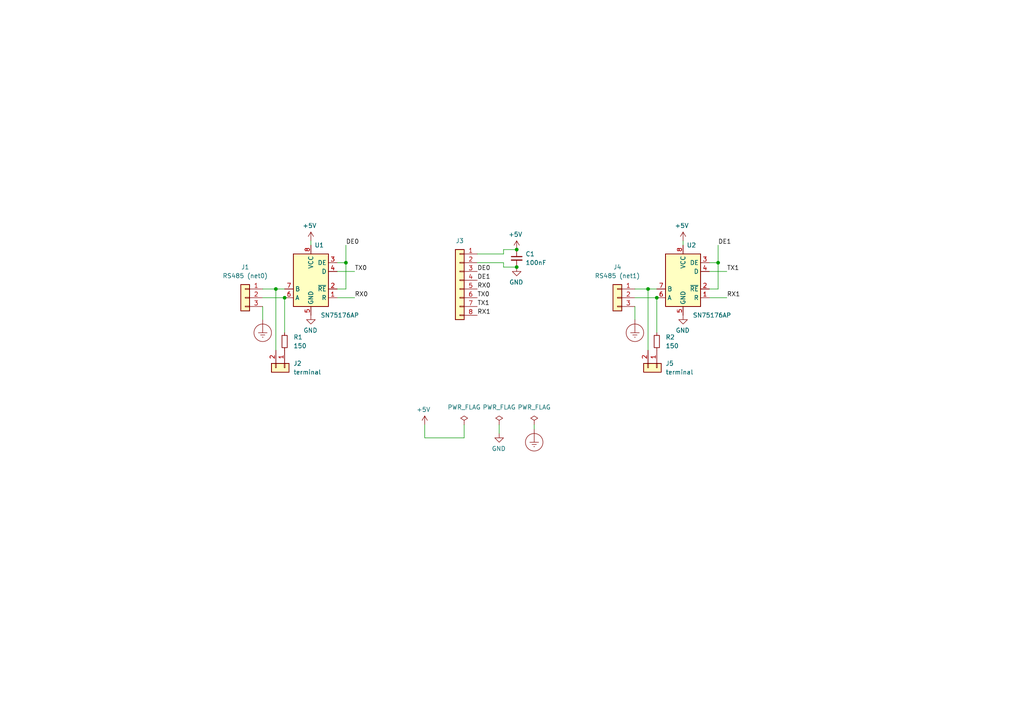
<source format=kicad_sch>
(kicad_sch (version 20211123) (generator eeschema)
  (paper "A4")
  (lib_symbols
    (symbol "Connector_Generic:Conn_01x02" (pin_names (offset 1.016) hide)
      (property "Reference" "J" (at 0 2.54 0))
      (property "Value" "Conn_01x02" (at 0 -5.08 0))
      (symbol "Conn_01x02_1_1"
        (rectangle (start -1.27 -2.413) (end 0 -2.667) (stroke (width 0.1524)))
        (rectangle (start -1.27 0.127) (end 0 -0.127) (stroke (width 0.1524)))
        (rectangle (start -1.27 1.27) (end 1.27 -3.81) (stroke (width 0.254)) (fill (type background)))
        (pin passive line (at -5.08 0 0) (length 3.81) (name "Pin_1") (number "1"))
        (pin passive line (at -5.08 -2.54 0) (length 3.81) (name "Pin_2") (number "2"))
      )
    )
    (symbol "Connector_Generic:Conn_01x03" (pin_names (offset 1.016) hide)
      (property "Reference" "J" (at 0 5.08 0))
      (property "Value" "Conn_01x03" (at 0 -5.08 0))
      (symbol "Conn_01x03_1_1"
        (rectangle (start -1.27 -2.413) (end 0 -2.667) (stroke (width 0.1524)))
        (rectangle (start -1.27 0.127) (end 0 -0.127) (stroke (width 0.1524)))
        (rectangle (start -1.27 2.667) (end 0 2.413) (stroke (width 0.1524)))
        (rectangle (start -1.27 3.81) (end 1.27 -3.81) (stroke (width 0.254)) (fill (type background)))
        (pin passive line (at -5.08 2.54 0) (length 3.81) (name "Pin_1") (number "1"))
        (pin passive line (at -5.08 0 0) (length 3.81) (name "Pin_2") (number "2"))
        (pin passive line (at -5.08 -2.54 0) (length 3.81) (name "Pin_3") (number "3"))
      )
    )
    (symbol "Connector_Generic:Conn_01x08" (pin_names (offset 1.016) hide)
      (property "Reference" "J" (at 0 10.16 0))
      (property "Value" "Conn_01x08" (at 0 -12.7 0))
      (symbol "Conn_01x08_1_1"
        (rectangle (start -1.27 -10.033) (end 0 -10.287) (stroke (width 0.1524)))
        (rectangle (start -1.27 -7.493) (end 0 -7.747) (stroke (width 0.1524)))
        (rectangle (start -1.27 -4.953) (end 0 -5.207) (stroke (width 0.1524)))
        (rectangle (start -1.27 -2.413) (end 0 -2.667) (stroke (width 0.1524)))
        (rectangle (start -1.27 0.127) (end 0 -0.127) (stroke (width 0.1524)))
        (rectangle (start -1.27 2.667) (end 0 2.413) (stroke (width 0.1524)))
        (rectangle (start -1.27 5.207) (end 0 4.953) (stroke (width 0.1524)))
        (rectangle (start -1.27 7.747) (end 0 7.493) (stroke (width 0.1524)))
        (rectangle (start -1.27 8.89) (end 1.27 -11.43) (stroke (width 0.254)) (fill (type background)))
        (pin passive line (at -5.08 7.62 0) (length 3.81) (name "Pin_1") (number "1"))
        (pin passive line (at -5.08 5.08 0) (length 3.81) (name "Pin_2") (number "2"))
        (pin passive line (at -5.08 2.54 0) (length 3.81) (name "Pin_3") (number "3"))
        (pin passive line (at -5.08 0 0) (length 3.81) (name "Pin_4") (number "4"))
        (pin passive line (at -5.08 -2.54 0) (length 3.81) (name "Pin_5") (number "5"))
        (pin passive line (at -5.08 -5.08 0) (length 3.81) (name "Pin_6") (number "6"))
        (pin passive line (at -5.08 -7.62 0) (length 3.81) (name "Pin_7") (number "7"))
        (pin passive line (at -5.08 -10.16 0) (length 3.81) (name "Pin_8") (number "8"))
      )
    )
    (symbol "Device:C_Small" (pin_numbers hide) (pin_names (offset 0.254) hide)
      (property "Reference" "C" (at 0.254 1.778 0))
      (property "Value" "C_Small" (at 0.254 -2.032 0))
      (symbol "C_Small_0_1"
        (polyline (pts (xy -1.524 -0.508) (xy 1.524 -0.508)) (stroke (width 0.3302)))
        (polyline (pts (xy -1.524 0.508) (xy 1.524 0.508)) (stroke (width 0.3048)))
      )
      (symbol "C_Small_1_1"
        (pin passive line (at 0 2.54 270) (length 2.032) (name "~") (number "1"))
        (pin passive line (at 0 -2.54 90) (length 2.032) (name "~") (number "2"))
      )
    )
    (symbol "Device:R_Small" (pin_numbers hide) (pin_names (offset 0.254) hide)
      (property "Reference" "R" (at 0.762 0.508 0))
      (property "Value" "R_Small" (at 0.762 -1.016 0))
      (symbol "R_Small_0_1"
        (rectangle (start -0.762 1.778) (end 0.762 -1.778) (stroke (width 0.2032)))
      )
      (symbol "R_Small_1_1"
        (pin passive line (at 0 2.54 270) (length 0.762) (name "~") (number "1"))
        (pin passive line (at 0 -2.54 90) (length 0.762) (name "~") (number "2"))
      )
    )
    (symbol "Interface_UART:SN75176AP"
      (property "Reference" "U" (at -4.318 8.89 0))
      (property "Value" "SN75176AP" (at 1.016 8.89 0))
      (symbol "SN75176AP_0_1"
        (rectangle (start -5.08 7.62) (end 5.08 -7.62) (stroke (width 0.254)) (fill (type background)))
      )
      (symbol "SN75176AP_1_1"
        (pin output line (at -7.62 -5.08 0) (length 2.54) (name "R") (number "1"))
        (pin input line (at -7.62 -2.54 0) (length 2.54) (name "~{RE}") (number "2"))
        (pin input line (at -7.62 5.08 0) (length 2.54) (name "DE") (number "3"))
        (pin input line (at -7.62 2.54 0) (length 2.54) (name "D") (number "4"))
        (pin power_in line (at 0 -10.16 90) (length 2.54) (name "GND") (number "5"))
        (pin bidirectional line (at 7.62 -5.08 180) (length 2.54) (name "A") (number "6"))
        (pin bidirectional line (at 7.62 -2.54 180) (length 2.54) (name "B") (number "7"))
        (pin power_in line (at 0 10.16 270) (length 2.54) (name "VCC") (number "8"))
      )
    )
    (symbol "power:+5V" (power) (pin_names (offset 0))
      (property "Value" "+5V" (at 0 3.556 0))
      (symbol "+5V_0_1"
        (polyline (pts (xy -0.762 1.27) (xy 0 2.54)))
        (polyline (pts (xy 0 0) (xy 0 2.54)))
        (polyline (pts (xy 0 2.54) (xy 0.762 1.27)))
      )
      (symbol "+5V_1_1"
        (pin power_in line (at 0 0 90) (length 0) hide (name "+5V") (number "1"))
      )
    )
    (symbol "power:Earth_Protective" (power) (pin_names (offset 0))
      (symbol "Earth_Protective_0_1"
        (circle (center 0 -3.81) (radius 2.54))
        (polyline (pts (xy -0.635 -4.445) (xy 0.635 -4.445)))
        (polyline (pts (xy -0.127 -5.08) (xy 0.127 -5.08)))
        (polyline (pts (xy 0 -3.81) (xy 0 0)))
        (polyline (pts (xy 1.27 -3.81) (xy -1.27 -3.81)))
      )
      (symbol "Earth_Protective_1_1"
        (pin power_in line (at 0 0 270) (length 0) hide (name "Earth_Protective") (number "1"))
      )
    )
    (symbol "power:GND" (power) (pin_names (offset 0))
      (property "Value" "GND" (at 0 -3.81 0))
      (symbol "GND_0_1"
        (polyline (pts (xy 0 0) (xy 0 -1.27) (xy 1.27 -1.27) (xy 0 -2.54) (xy -1.27 -1.27) (xy 0 -1.27)))
      )
      (symbol "GND_1_1"
        (pin power_in line (at 0 0 270) (length 0) hide (name "GND") (number "1"))
      )
    )
    (symbol "power:PWR_FLAG" (power) (pin_numbers hide) (pin_names (offset 0) hide)
      (property "Value" "PWR_FLAG" (at 0 3.81 0))
      (symbol "PWR_FLAG_0_0"
        (pin power_out line (at 0 0 90) (length 0) (name "pwr") (number "1"))
      )
      (symbol "PWR_FLAG_0_1"
        (polyline (pts (xy 0 0) (xy 0 1.27) (xy -1.016 1.905) (xy 0 2.54) (xy 1.016 1.905) (xy 0 1.27)))
      )
    )
  )
  (junction (at 190.5 86.36))
  (junction (at 208.28 76.2))
  (junction (at 100.33 76.2))
  (junction (at 149.86 77.47))
  (junction (at 149.86 72.39))
  (junction (at 80.01 83.82))
  (junction (at 82.55 86.36))
  (junction (at 187.96 83.82))
  (wire (pts (xy 123.19 123.19) (xy 123.19 127)))
  (wire (pts (xy 100.33 76.2) (xy 100.33 83.82)))
  (wire (pts (xy 90.17 69.85) (xy 90.17 71.12)))
  (wire (pts (xy 184.15 83.82) (xy 187.96 83.82)))
  (wire (pts (xy 208.28 83.82) (xy 205.74 83.82)))
  (wire (pts (xy 80.01 83.82) (xy 82.55 83.82)))
  (wire (pts (xy 76.2 83.82) (xy 80.01 83.82)))
  (wire (pts (xy 144.78 123.19) (xy 144.78 125.73)))
  (wire (pts (xy 100.33 83.82) (xy 97.79 83.82)))
  (wire (pts (xy 138.43 76.2) (xy 146.05 76.2)))
  (wire (pts (xy 146.05 76.2) (xy 146.05 77.47)))
  (wire (pts (xy 82.55 86.36) (xy 82.55 96.52)))
  (wire (pts (xy 97.79 86.36) (xy 102.87 86.36)))
  (wire (pts (xy 97.79 76.2) (xy 100.33 76.2)))
  (wire (pts (xy 100.33 71.12) (xy 100.33 76.2)))
  (wire (pts (xy 138.43 73.66) (xy 146.05 73.66)))
  (wire (pts (xy 208.28 71.12) (xy 208.28 76.2)))
  (wire (pts (xy 80.01 83.82) (xy 80.01 101.6)))
  (wire (pts (xy 205.74 76.2) (xy 208.28 76.2)))
  (wire (pts (xy 190.5 86.36) (xy 190.5 96.52)))
  (wire (pts (xy 205.74 86.36) (xy 210.82 86.36)))
  (wire (pts (xy 198.12 69.85) (xy 198.12 71.12)))
  (wire (pts (xy 154.94 123.19) (xy 154.94 124.46)))
  (wire (pts (xy 208.28 76.2) (xy 208.28 83.82)))
  (wire (pts (xy 205.74 78.74) (xy 210.82 78.74)))
  (wire (pts (xy 97.79 78.74) (xy 102.87 78.74)))
  (wire (pts (xy 134.62 127) (xy 134.62 123.19)))
  (wire (pts (xy 76.2 86.36) (xy 82.55 86.36)))
  (wire (pts (xy 123.19 127) (xy 134.62 127)))
  (wire (pts (xy 146.05 72.39) (xy 149.86 72.39)))
  (wire (pts (xy 187.96 83.82) (xy 187.96 101.6)))
  (wire (pts (xy 146.05 77.47) (xy 149.86 77.47)))
  (wire (pts (xy 146.05 73.66) (xy 146.05 72.39)))
  (wire (pts (xy 187.96 83.82) (xy 190.5 83.82)))
  (wire (pts (xy 184.15 86.36) (xy 190.5 86.36)))
  (wire (pts (xy 76.2 88.9) (xy 76.2 92.71)))
  (wire (pts (xy 184.15 88.9) (xy 184.15 92.71)))
  (label "RX1" (at 210.82 86.36 0))
  (label "DE0" (at 100.33 71.12 0))
  (label "TX0" (at 138.43 86.36 0))
  (label "TX1" (at 210.82 78.74 0))
  (label "RX0" (at 102.87 86.36 0))
  (label "DE0" (at 138.43 78.74 0))
  (label "TX1" (at 138.43 88.9 0))
  (label "DE1" (at 138.43 81.28 0))
  (label "DE1" (at 208.28 71.12 0))
  (label "TX0" (at 102.87 78.74 0))
  (label "RX0" (at 138.43 83.82 0))
  (label "RX1" (at 138.43 91.44 0))
  (symbol (lib_id "power:GND") (at 90.17 91.44 0) (mirror y) (unit 1)
    (property "Reference" "#PWR03" (effects hide))
    (property "Value" "GND" (at 90.043 95.8342 0))
  )
  (symbol (lib_id "Connector_Generic:Conn_01x08") (at 133.35 81.28 0) (mirror y) (unit 1)
    (property "Reference" "J3" (at 133.35 69.85 0))
    (property "Value" "Conn_01x08" (effects hide))
    (property "Footprint" "Connector_PinHeader_2.54mm:PinHeader_1x08_P2.54mm_Vertical" (effects hide))
  )
  (symbol (lib_id "power:GND") (at 144.78 125.73 0) (mirror y) (unit 1)
    (property "Reference" "#PWR05" (effects hide))
    (property "Value" "GND" (at 144.653 130.1242 0))
  )
  (symbol (lib_id "power:PWR_FLAG") (at 134.62 123.19 0) (unit 1)
    (property "Reference" "#FLG01" (effects hide))
    (property "Value" "PWR_FLAG" (at 134.62 118.11 0))
  )
  (symbol (lib_id "power:GND") (at 198.12 91.44 0) (mirror y) (unit 1)
    (property "Reference" "#PWR011" (effects hide))
    (property "Value" "GND" (at 197.993 95.8342 0))
  )
  (symbol (lib_id "Device:R_Small") (at 82.55 99.06 0) (unit 1)
    (property "Reference" "R1" (at 85.09 97.7899 0) (effects (justify left)))
    (property "Value" "150" (at 85.09 100.3299 0) (effects (justify left)))
    (property "Footprint" "Resistor_THT:R_Axial_DIN0207_L6.3mm_D2.5mm_P2.54mm_Vertical" (effects hide))
  )
  (symbol (lib_id "power:+5V") (at 149.86 72.39 0) (mirror y) (unit 1)
    (property "Reference" "#PWR07" (effects hide))
    (property "Value" "+5V" (at 149.479 67.9958 0))
  )
  (symbol (lib_id "power:PWR_FLAG") (at 154.94 123.19 0) (unit 1)
    (property "Reference" "#FLG03" (effects hide))
    (property "Value" "PWR_FLAG" (at 154.94 118.11 0))
  )
  (symbol (lib_id "power:Earth_Protective") (at 76.2 92.71 0) (unit 1)
    (property "Reference" "#PWR01" (effects hide))
    (property "Value" "Earth_Protective" (effects hide))
  )
  (symbol (lib_id "Interface_UART:SN75176AP") (at 90.17 81.28 0) (mirror y) (unit 1)
    (property "Reference" "U1" (at 93.98 71.12 0) (effects (justify left)))
    (property "Value" "SN75176AP" (at 104.14 91.44 0) (effects (justify left)))
    (property "Footprint" "Package_DIP:DIP-8_W7.62mm_Socket_LongPads" (effects hide))
    (property "Datasheet" "http://www.ti.com/lit/ds/symlink/sn75176a.pdf" (effects hide))
  )
  (symbol (lib_id "power:PWR_FLAG") (at 144.78 123.19 0) (unit 1)
    (property "Reference" "#FLG02" (effects hide))
    (property "Value" "PWR_FLAG" (at 144.78 118.11 0))
  )
  (symbol (lib_id "power:+5V") (at 123.19 123.19 0) (mirror y) (unit 1)
    (property "Reference" "#PWR04" (effects hide))
    (property "Value" "+5V" (at 122.809 118.7958 0))
  )
  (symbol (lib_id "power:+5V") (at 90.17 69.85 0) (mirror y) (unit 1)
    (property "Reference" "#PWR02" (effects hide))
    (property "Value" "+5V" (at 89.789 65.4558 0))
  )
  (symbol (lib_id "Device:C_Small") (at 149.86 74.93 0) (unit 1)
    (property "Reference" "C1" (at 152.4 73.6662 0) (effects (justify left)))
    (property "Value" "100nF" (at 152.4 76.2062 0) (effects (justify left)))
    (property "Footprint" "Capacitor_THT:C_Disc_D3.8mm_W2.6mm_P2.50mm" (effects hide))
  )
  (symbol (lib_id "Connector_Generic:Conn_01x03") (at 179.07 86.36 0) (mirror y) (unit 1)
    (property "Reference" "J4" (at 179.07 77.47 0))
    (property "Value" "RS485 (net1)" (at 179.07 80.01 0))
    (property "Footprint" "Connector_Phoenix_MSTB:PhoenixContact_MSTBA_2,5_3-G-5,08_1x03_P5.08mm_Horizontal" (effects hide))
  )
  (symbol (lib_id "power:+5V") (at 198.12 69.85 0) (mirror y) (unit 1)
    (property "Reference" "#PWR010" (effects hide))
    (property "Value" "+5V" (at 197.739 65.4558 0))
  )
  (symbol (lib_id "Interface_UART:SN75176AP") (at 198.12 81.28 0) (mirror y) (unit 1)
    (property "Reference" "U2" (at 201.93 71.12 0) (effects (justify left)))
    (property "Value" "SN75176AP" (at 212.09 91.44 0) (effects (justify left)))
    (property "Footprint" "Package_DIP:DIP-8_W7.62mm_Socket_LongPads" (effects hide))
    (property "Datasheet" "http://www.ti.com/lit/ds/symlink/sn75176a.pdf" (effects hide))
  )
  (symbol (lib_id "Device:R_Small") (at 190.5 99.06 0) (unit 1)
    (property "Reference" "R2" (at 193.04 97.7899 0) (effects (justify left)))
    (property "Value" "150" (at 193.04 100.3299 0) (effects (justify left)))
    (property "Footprint" "Resistor_THT:R_Axial_DIN0207_L6.3mm_D2.5mm_P2.54mm_Vertical" (effects hide))
  )
  (symbol (lib_id "Connector_Generic:Conn_01x02") (at 190.5 106.68 270) (unit 1)
    (property "Reference" "J5" (at 193.04 105.4099 90) (effects (justify left)))
    (property "Value" "terminal" (at 193.04 107.9499 90) (effects (justify left)))
    (property "Footprint" "Connector_PinHeader_2.54mm:PinHeader_1x02_P2.54mm_Vertical" (effects hide))
  )
  (symbol (lib_id "power:Earth_Protective") (at 184.15 92.71 0) (unit 1)
    (property "Reference" "#PWR09" (effects hide))
    (property "Value" "Earth_Protective" (effects hide))
  )
  (symbol (lib_id "power:Earth_Protective") (at 154.94 124.46 0) (unit 1)
    (property "Reference" "#PWR06" (effects hide))
    (property "Value" "Earth_Protective" (effects hide))
  )
  (symbol (lib_id "Connector_Generic:Conn_01x03") (at 71.12 86.36 0) (mirror y) (unit 1)
    (property "Reference" "J1" (at 71.12 77.47 0))
    (property "Value" "RS485 (net0)" (at 71.12 80.01 0))
    (property "Footprint" "Connector_Phoenix_MSTB:PhoenixContact_MSTBA_2,5_3-G-5,08_1x03_P5.08mm_Horizontal" (effects hide))
  )
  (symbol (lib_id "Connector_Generic:Conn_01x02") (at 82.55 106.68 270) (unit 1)
    (property "Reference" "J2" (at 85.09 105.4099 90) (effects (justify left)))
    (property "Value" "terminal" (at 85.09 107.9499 90) (effects (justify left)))
    (property "Footprint" "Connector_PinHeader_2.54mm:PinHeader_1x02_P2.54mm_Vertical" (effects hide))
  )
  (symbol (lib_id "power:GND") (at 149.86 77.47 0) (mirror y) (unit 1)
    (property "Reference" "#PWR08" (effects hide))
    (property "Value" "GND" (at 149.733 81.8642 0))
  )
)
</source>
